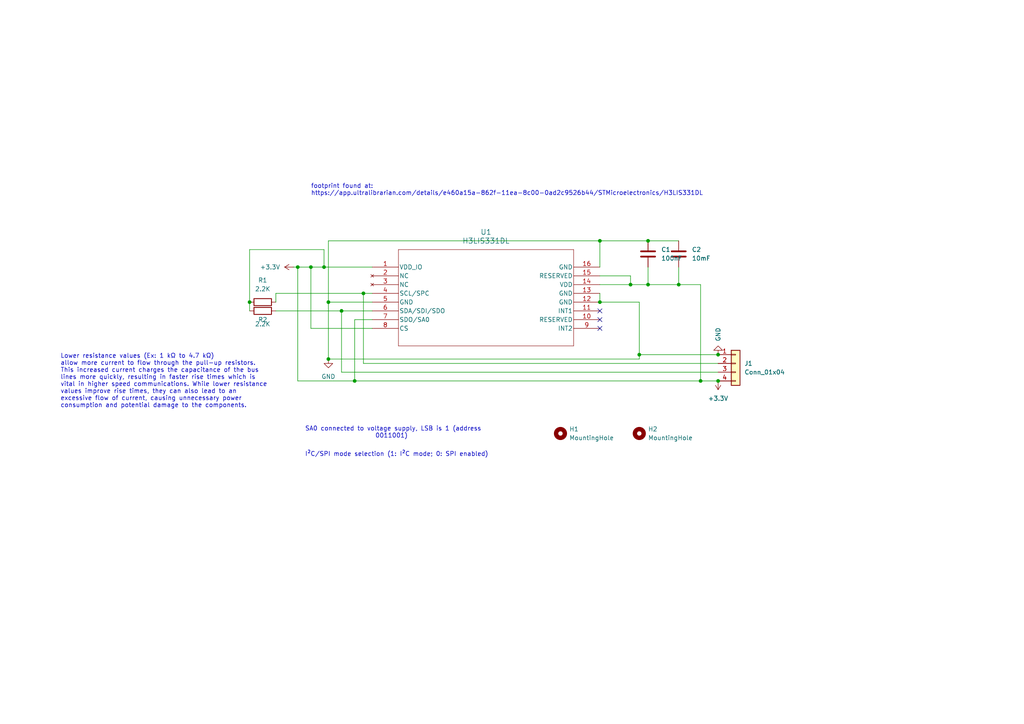
<source format=kicad_sch>
(kicad_sch (version 20250114) (generator "eeschema") (generator_version "9.0")
  (paper "A4")
  (lib_symbols
    (symbol "Connector_Generic:Conn_01x04" (pin_names (offset 1.016) (hide yes))
      (property "Reference" "J" (at 0 5.08 0))
      (property "Value" "Conn_01x04" (at 0 -7.62 0))
      (symbol "Conn_01x04_1_1"
        (rectangle (start -1.27 3.81) (end 1.27 -6.35) (stroke (width 0.254)) (fill (type background)))
        (rectangle (start -1.27 2.667) (end 0 2.413) (stroke (width 0.1524)))
        (rectangle (start -1.27 0.127) (end 0 -0.127) (stroke (width 0.1524)))
        (rectangle (start -1.27 -2.413) (end 0 -2.667) (stroke (width 0.1524)))
        (rectangle (start -1.27 -4.953) (end 0 -5.207) (stroke (width 0.1524)))
        (pin passive line (at -5.08 2.54 0) (length 3.81) (name "Pin_1") (number "1"))
        (pin passive line (at -5.08 0 0) (length 3.81) (name "Pin_2") (number "2"))
        (pin passive line (at -5.08 -2.54 0) (length 3.81) (name "Pin_3") (number "3"))
        (pin passive line (at -5.08 -5.08 0) (length 3.81) (name "Pin_4") (number "4"))
      )
    )
    (symbol "Device:C" (pin_numbers (hide yes)) (pin_names (offset 0.254))
      (property "Reference" "C" (at 0.635 2.54 0))
      (property "Value" "C" (at 0.635 -2.54 0))
      (symbol "C_0_1"
        (polyline (pts (xy -2.032 0.762) (xy 2.032 0.762)) (stroke (width 0.508)))
        (polyline (pts (xy -2.032 -0.762) (xy 2.032 -0.762)) (stroke (width 0.508)))
      )
      (symbol "C_1_1"
        (pin passive line (at 0 3.81 270) (length 2.794) (name "~") (number "1"))
        (pin passive line (at 0 -3.81 90) (length 2.794) (name "~") (number "2"))
      )
    )
    (symbol "Device:R" (pin_numbers (hide yes)) (pin_names (offset 0))
      (property "Reference" "R" (at 2.032 0 90))
      (property "Value" "R" (at 0 0 90))
      (symbol "R_0_1"
        (rectangle (start -1.016 -2.54) (end 1.016 2.54) (stroke (width 0.254)))
      )
      (symbol "R_1_1"
        (pin passive line (at 0 3.81 270) (length 1.27) (name "~") (number "1"))
        (pin passive line (at 0 -3.81 90) (length 1.27) (name "~") (number "2"))
      )
    )
    (symbol "H3LIS331DL:H3LIS331DL" (pin_names (offset 0.254))
      (property "Reference" "U" (at 33.02 10.16 0))
      (property "Value" "H3LIS331DL" (at 33.02 7.62 0))
      (symbol "H3LIS331DL_0_1"
        (polyline (pts (xy 7.62 5.08) (xy 7.62 -22.86)) (stroke (width 0.127)))
        (polyline (pts (xy 7.62 -22.86) (xy 58.42 -22.86)) (stroke (width 0.127)))
        (polyline (pts (xy 58.42 5.08) (xy 7.62 5.08)) (stroke (width 0.127)))
        (polyline (pts (xy 58.42 -22.86) (xy 58.42 5.08)) (stroke (width 0.127)))
        (pin power_in line (at 0 0 0) (length 7.62) (name "VDD_IO") (number "1"))
        (pin no_connect line (at 0 -2.54 0) (length 7.62) (name "NC") (number "2"))
        (pin no_connect line (at 0 -5.08 0) (length 7.62) (name "NC") (number "3"))
        (pin bidirectional line (at 0 -7.62 0) (length 7.62) (name "SCL/SPC") (number "4"))
        (pin power_out line (at 0 -10.16 0) (length 7.62) (name "GND") (number "5"))
        (pin bidirectional line (at 0 -12.7 0) (length 7.62) (name "SDA/SDI/SDO") (number "6"))
        (pin bidirectional line (at 0 -15.24 0) (length 7.62) (name "SDO/SA0") (number "7"))
        (pin input line (at 0 -17.78 0) (length 7.62) (name "CS") (number "8"))
        (pin power_out line (at 66.04 0 180) (length 7.62) (name "GND") (number "16"))
        (pin power_out line (at 66.04 -2.54 180) (length 7.62) (name "RESERVED") (number "15"))
        (pin power_in line (at 66.04 -5.08 180) (length 7.62) (name "VDD") (number "14"))
        (pin power_out line (at 66.04 -7.62 180) (length 7.62) (name "GND") (number "13"))
        (pin power_out line (at 66.04 -10.16 180) (length 7.62) (name "GND") (number "12"))
        (pin output line (at 66.04 -12.7 180) (length 7.62) (name "INT1") (number "11"))
        (pin power_out line (at 66.04 -15.24 180) (length 7.62) (name "RESERVED") (number "10"))
        (pin output line (at 66.04 -17.78 180) (length 7.62) (name "INT2") (number "9"))
      )
    )
    (symbol "Mechanical:MountingHole" (pin_names (offset 1.016)) (in_bom no)
      (property "Reference" "H" (at 0 5.08 0))
      (property "Value" "MountingHole" (at 0 3.175 0))
      (symbol "MountingHole_0_1"
        (circle (center 0 0) (radius 1.27) (stroke (width 1.27)))
      )
    )
    (symbol "power:+3.3V" (power) (pin_numbers (hide yes)) (pin_names (offset 0) (hide yes))
      (property "Value" "+3.3V" (at 0 3.556 0))
      (symbol "+3.3V_0_1"
        (polyline (pts (xy -0.762 1.27) (xy 0 2.54)))
        (polyline (pts (xy 0 2.54) (xy 0.762 1.27)))
        (polyline (pts (xy 0 0) (xy 0 2.54)))
      )
      (symbol "+3.3V_1_1"
        (pin power_in line (at 0 0 90) (length 0) (name "~") (number "1"))
      )
    )
    (symbol "power:GND" (power) (pin_numbers (hide yes)) (pin_names (offset 0) (hide yes))
      (property "Value" "GND" (at 0 -3.81 0))
      (symbol "GND_0_1"
        (polyline (pts (xy 0 0) (xy 0 -1.27) (xy 1.27 -1.27) (xy 0 -2.54) (xy -1.27 -1.27) (xy 0 -1.27)))
      )
      (symbol "GND_1_1"
        (pin power_in line (at 0 0 270) (length 0) (name "~") (number "1"))
      )
    )
  )
  (text "footprint found at: \nhttps://app.ultralibrarian.com/details/e460a15a-862f-11ea-8c00-0ad2c9526b44/STMicroelectronics/H3LIS331DL" (at 90.17 53.34 0) (effects (font (size 1.27 1.27)) (justify left top)))
  (text "Lower resistance values (Ex: 1 kΩ to 4.7 kΩ) \nallow more current to flow through the pull-up resistors. \nThis increased current charges the capacitance of the bus \nlines more quickly, resulting in faster rise times which is \nvital in higher speed communications. While lower resistance \nvalues improve rise times, they can also lead to an \nexcessive flow of current, causing unnecessary power \nconsumption and potential damage to the components. " (at 17.526 102.616 0) (effects (font (size 1.27 1.27)) (justify left top)))
  (text "SA0 connected to voltage supply, LSB is 1 (address\n0011001) " (at 114.046 125.476 0) (effects (font (size 1.27 1.27))))
  (text "I²C/SPI mode selection (1: I²C mode; 0: SPI enabled)" (at 115.062 131.826 0) (effects (font (size 1.27 1.27))))
  (junction (at 185.42 102.87))
  (junction (at 86.36 77.47))
  (junction (at 99.06 90.17))
  (junction (at 95.25 87.63))
  (junction (at 187.96 82.55))
  (junction (at 203.2 110.49))
  (junction (at 95.25 104.14))
  (junction (at 196.85 82.55))
  (junction (at 90.17 77.47))
  (junction (at 173.99 87.63))
  (junction (at 208.28 102.87))
  (junction (at 102.87 110.49))
  (junction (at 105.41 85.09))
  (junction (at 187.96 69.85))
  (junction (at 182.88 82.55))
  (junction (at 93.98 77.47))
  (junction (at 173.99 69.85))
  (junction (at 208.28 110.49))
  (junction (at 72.39 87.63))
  (no_connect (at 173.99 90.17))
  (no_connect (at 173.99 95.25))
  (no_connect (at 173.99 92.71))
  (wire (pts (xy 173.99 85.09) (xy 173.99 87.63)))
  (wire (pts (xy 99.06 107.95) (xy 208.28 107.95)))
  (wire (pts (xy 185.42 102.87) (xy 185.42 104.14)))
  (wire (pts (xy 107.95 95.25) (xy 90.17 95.25)))
  (wire (pts (xy 95.25 87.63) (xy 95.25 104.14)))
  (wire (pts (xy 86.36 77.47) (xy 86.36 110.49)))
  (wire (pts (xy 99.06 90.17) (xy 107.95 90.17)))
  (wire (pts (xy 173.99 87.63) (xy 185.42 87.63)))
  (wire (pts (xy 86.36 77.47) (xy 90.17 77.47)))
  (wire (pts (xy 173.99 80.01) (xy 182.88 80.01)))
  (wire (pts (xy 107.95 87.63) (xy 95.25 87.63)))
  (wire (pts (xy 99.06 90.17) (xy 99.06 107.95)))
  (wire (pts (xy 173.99 69.85) (xy 95.25 69.85)))
  (wire (pts (xy 80.01 85.09) (xy 80.01 87.63)))
  (wire (pts (xy 80.01 90.17) (xy 99.06 90.17)))
  (wire (pts (xy 173.99 69.85) (xy 173.99 77.47)))
  (wire (pts (xy 196.85 77.47) (xy 196.85 82.55)))
  (wire (pts (xy 187.96 69.85) (xy 173.99 69.85)))
  (wire (pts (xy 105.41 85.09) (xy 105.41 105.41)))
  (wire (pts (xy 102.87 110.49) (xy 203.2 110.49)))
  (wire (pts (xy 182.88 80.01) (xy 182.88 82.55)))
  (wire (pts (xy 105.41 105.41) (xy 208.28 105.41)))
  (wire (pts (xy 185.42 87.63) (xy 185.42 102.87)))
  (wire (pts (xy 86.36 110.49) (xy 102.87 110.49)))
  (wire (pts (xy 102.87 92.71) (xy 102.87 110.49)))
  (wire (pts (xy 95.25 69.85) (xy 95.25 87.63)))
  (wire (pts (xy 187.96 82.55) (xy 196.85 82.55)))
  (wire (pts (xy 173.99 82.55) (xy 182.88 82.55)))
  (wire (pts (xy 185.42 104.14) (xy 95.25 104.14)))
  (wire (pts (xy 187.96 69.85) (xy 196.85 69.85)))
  (wire (pts (xy 182.88 82.55) (xy 187.96 82.55)))
  (wire (pts (xy 85.09 77.47) (xy 86.36 77.47)))
  (wire (pts (xy 93.98 77.47) (xy 107.95 77.47)))
  (wire (pts (xy 93.98 77.47) (xy 93.98 72.39)))
  (wire (pts (xy 203.2 82.55) (xy 196.85 82.55)))
  (wire (pts (xy 90.17 77.47) (xy 90.17 95.25)))
  (wire (pts (xy 105.41 85.09) (xy 80.01 85.09)))
  (wire (pts (xy 203.2 82.55) (xy 203.2 110.49)))
  (wire (pts (xy 203.2 110.49) (xy 208.28 110.49)))
  (wire (pts (xy 185.42 102.87) (xy 208.28 102.87)))
  (wire (pts (xy 107.95 85.09) (xy 105.41 85.09)))
  (wire (pts (xy 72.39 72.39) (xy 72.39 87.63)))
  (wire (pts (xy 72.39 87.63) (xy 72.39 90.17)))
  (wire (pts (xy 93.98 72.39) (xy 72.39 72.39)))
  (wire (pts (xy 107.95 92.71) (xy 102.87 92.71)))
  (wire (pts (xy 187.96 77.47) (xy 187.96 82.55)))
  (wire (pts (xy 90.17 77.47) (xy 93.98 77.47)))
  (symbol (lib_id "Mechanical:MountingHole") (at 185.42 125.73 0) (unit 1) (in_bom no)
    (property "Reference" "H2" (at 187.96 124.4599 0) (effects (justify left)))
    (property "Value" "MountingHole" (at 187.96 126.9999 0) (effects (justify left)))
    (property "Footprint" "MountingHole:MountingHole_3.2mm_M3" (effects (hide yes)))
    (property "Description" "Mounting Hole without connection" (effects (hide yes)))
  )
  (symbol (lib_id "Device:C") (at 196.85 73.66 0) (unit 1)
    (property "Reference" "C2" (at 200.66 72.3899 0) (effects (justify left)))
    (property "Value" "10mF" (at 200.66 74.9299 0) (effects (justify left)))
    (property "Footprint" "Capacitor_SMD:C_0603_1608Metric_Pad1.08x0.95mm_HandSolder" (effects (hide yes)))
    (property "Description" "Unpolarized capacitor" (effects (hide yes)))
  )
  (symbol (lib_id "Mechanical:MountingHole") (at 162.56 125.73 0) (unit 1) (in_bom no)
    (property "Reference" "H1" (at 165.1 124.4599 0) (effects (justify left)))
    (property "Value" "MountingHole" (at 165.1 126.9999 0) (effects (justify left)))
    (property "Footprint" "MountingHole:MountingHole_3.2mm_M3" (effects (hide yes)))
    (property "Description" "Mounting Hole without connection" (effects (hide yes)))
  )
  (symbol (lib_id "Device:C") (at 187.96 73.66 0) (unit 1)
    (property "Reference" "C1" (at 191.77 72.3899 0) (effects (justify left)))
    (property "Value" "100nF" (at 191.77 74.9299 0) (effects (justify left)))
    (property "Footprint" "Capacitor_SMD:C_0603_1608Metric_Pad1.08x0.95mm_HandSolder" (effects (hide yes)))
    (property "Description" "Unpolarized capacitor" (effects (hide yes)))
  )
  (symbol (lib_id "power:+3.3V") (at 85.09 77.47 90) (unit 1)
    (property "Reference" "#PWR03" (effects (hide yes)))
    (property "Value" "+3.3V" (at 81.28 77.4699 90) (effects (justify left)))
    (property "Description" "Power symbol creates a global label with name \"+3.3V\"" (effects (hide yes)))
  )
  (symbol (lib_id "power:GND") (at 208.28 102.87 0) (mirror x) (unit 1)
    (property "Reference" "#PWR05" (effects (hide yes)))
    (property "Value" "GND" (at 208.2799 99.06 90) (effects (justify right)))
    (property "Description" "Power symbol creates a global label with name \"GND\" , ground" (effects (hide yes)))
  )
  (symbol (lib_id "Device:R") (at 76.2 87.63 90) (unit 1)
    (property "Reference" "R1" (at 76.2 81.28 90))
    (property "Value" "2.2K" (at 76.2 83.82 90))
    (property "Footprint" "Resistor_SMD:R_0805_2012Metric_Pad1.20x1.40mm_HandSolder" (effects (hide yes)))
    (property "Description" "Resistor" (effects (hide yes)))
  )
  (symbol (lib_id "power:GND") (at 95.25 104.14 0) (unit 1)
    (property "Reference" "#PWR02" (effects (hide yes)))
    (property "Value" "GND" (at 95.25 109.22 0))
    (property "Description" "Power symbol creates a global label with name \"GND\" , ground" (effects (hide yes)))
  )
  (symbol (lib_id "Device:R") (at 76.2 90.17 90) (unit 1)
    (property "Reference" "R2" (at 76.2 92.71 90))
    (property "Value" "2.2K" (at 76.2 93.98 90))
    (property "Footprint" "Resistor_SMD:R_0805_2012Metric_Pad1.20x1.40mm_HandSolder" (effects (hide yes)))
    (property "Description" "Resistor" (effects (hide yes)))
  )
  (symbol (lib_id "H3LIS331DL:H3LIS331DL") (at 107.95 77.47 0) (unit 1)
    (property "Reference" "U1" (at 140.97 67.31 0) (effects (font (size 1.524 1.524))))
    (property "Value" "H3LIS331DL" (at 140.97 69.85 0) (effects (font (size 1.524 1.524))))
    (property "Footprint" "H3LIS331DL:TFLGA16_3X3X1_STM" (effects (hide yes)))
    (property "Datasheet" "https://www.st.com/resource/en/datasheet/h3lis331dl.pdf" (effects (hide yes)))
  )
  (symbol (lib_id "Connector_Generic:Conn_01x04") (at 213.36 105.41 0) (unit 1)
    (property "Reference" "J1" (at 215.9 105.4099 0) (effects (justify left)))
    (property "Value" "Conn_01x04" (at 215.9 107.9499 0) (effects (justify left)))
    (property "Footprint" "Connector_JST:JST_EH_B4B-EH-A_1x04_P2.50mm_Vertical" (effects (hide yes)))
    (property "Description" "Generic connector, single row, 01x04, script generated (kicad-library-utils/schlib/autogen/connector/)" (effects (hide yes)))
  )
  (symbol (lib_id "power:+3.3V") (at 208.28 110.49 180) (unit 1)
    (property "Reference" "#PWR04" (effects (hide yes)))
    (property "Value" "+3.3V" (at 208.28 115.57 0))
    (property "Description" "Power symbol creates a global label with name \"+3.3V\"" (effects (hide yes)))
  )
)
</source>
